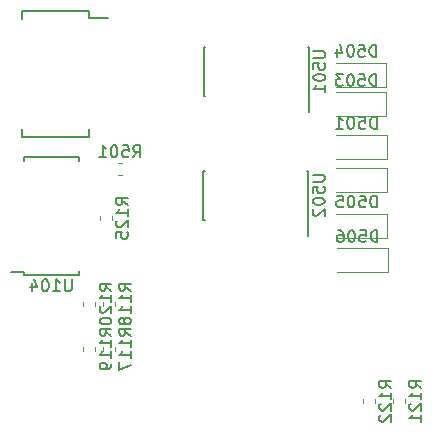
<source format=gbo>
G04 #@! TF.GenerationSoftware,KiCad,Pcbnew,5.0.2+dfsg1-1~bpo9+1*
G04 #@! TF.CreationDate,2020-01-22T15:14:46+01:00*
G04 #@! TF.ProjectId,MOTOR_BOARD_I2C,4d4f544f-525f-4424-9f41-52445f493243,rev?*
G04 #@! TF.SameCoordinates,Original*
G04 #@! TF.FileFunction,Legend,Bot*
G04 #@! TF.FilePolarity,Positive*
%FSLAX46Y46*%
G04 Gerber Fmt 4.6, Leading zero omitted, Abs format (unit mm)*
G04 Created by KiCad (PCBNEW 5.0.2+dfsg1-1~bpo9+1) date mer. 22 janv. 2020 15:14:46 CET*
%MOMM*%
%LPD*%
G01*
G04 APERTURE LIST*
%ADD10C,0.150000*%
%ADD11C,0.120000*%
G04 APERTURE END LIST*
D10*
G04 #@! TO.C,U502*
X202354500Y-77195500D02*
X202354500Y-78570500D01*
X193479500Y-77195500D02*
X193479500Y-73045500D01*
X202379500Y-77195500D02*
X202379500Y-73045500D01*
X193479500Y-77195500D02*
X193594500Y-77195500D01*
X193479500Y-73045500D02*
X193594500Y-73045500D01*
X202379500Y-73045500D02*
X202264500Y-73045500D01*
X202379500Y-77195500D02*
X202354500Y-77195500D01*
D11*
G04 #@! TO.C,R125*
X184706706Y-77228665D02*
X184706706Y-76903107D01*
X185726706Y-77228665D02*
X185726706Y-76903107D01*
G04 #@! TO.C,D501*
X209024000Y-72056500D02*
X204724000Y-72056500D01*
X209024000Y-70056500D02*
X209024000Y-72056500D01*
X204724000Y-70056500D02*
X209024000Y-70056500D01*
G04 #@! TO.C,R501*
X186607267Y-72388000D02*
X186264733Y-72388000D01*
X186607267Y-73408000D02*
X186264733Y-73408000D01*
D10*
G04 #@! TO.C,U501*
X202443000Y-66718000D02*
X202418000Y-66718000D01*
X202443000Y-62568000D02*
X202328000Y-62568000D01*
X193543000Y-62568000D02*
X193658000Y-62568000D01*
X193543000Y-66718000D02*
X193658000Y-66718000D01*
X202443000Y-66718000D02*
X202443000Y-62568000D01*
X193543000Y-66718000D02*
X193543000Y-62568000D01*
X202418000Y-66718000D02*
X202418000Y-68093000D01*
D11*
G04 #@! TO.C,D504*
X208988500Y-65960500D02*
X204688500Y-65960500D01*
X208988500Y-63960500D02*
X208988500Y-65960500D01*
X204688500Y-63960500D02*
X208988500Y-63960500D01*
G04 #@! TO.C,D503*
X208988500Y-68437000D02*
X204688500Y-68437000D01*
X208988500Y-66437000D02*
X208988500Y-68437000D01*
X204688500Y-66437000D02*
X208988500Y-66437000D01*
G04 #@! TO.C,D505*
X209052000Y-78724000D02*
X204752000Y-78724000D01*
X209052000Y-76724000D02*
X209052000Y-78724000D01*
X204752000Y-76724000D02*
X209052000Y-76724000D01*
G04 #@! TO.C,D506*
X209087500Y-81645000D02*
X204787500Y-81645000D01*
X209087500Y-79645000D02*
X209087500Y-81645000D01*
X204787500Y-79645000D02*
X209087500Y-79645000D01*
G04 #@! TO.C,D502*
X209024000Y-74850500D02*
X204724000Y-74850500D01*
X209024000Y-72850500D02*
X209024000Y-74850500D01*
X204724000Y-72850500D02*
X209024000Y-72850500D01*
G04 #@! TO.C,R117*
X185993500Y-88309267D02*
X185993500Y-87966733D01*
X184973500Y-88309267D02*
X184973500Y-87966733D01*
G04 #@! TO.C,R118*
X185993500Y-84499267D02*
X185993500Y-84156733D01*
X184973500Y-84499267D02*
X184973500Y-84156733D01*
G04 #@! TO.C,R119*
X184342500Y-88309267D02*
X184342500Y-87966733D01*
X183322500Y-88309267D02*
X183322500Y-87966733D01*
G04 #@! TO.C,R120*
X183322500Y-84499267D02*
X183322500Y-84156733D01*
X184342500Y-84499267D02*
X184342500Y-84156733D01*
G04 #@! TO.C,R121*
X210568000Y-92754267D02*
X210568000Y-92411733D01*
X209548000Y-92754267D02*
X209548000Y-92411733D01*
G04 #@! TO.C,R122*
X207008000Y-92754267D02*
X207008000Y-92411733D01*
X208028000Y-92754267D02*
X208028000Y-92411733D01*
D10*
G04 #@! TO.C,U102*
X183850000Y-59572000D02*
X183850000Y-60147000D01*
X178100000Y-59572000D02*
X178100000Y-60222000D01*
X178100000Y-70222000D02*
X178100000Y-69572000D01*
X183850000Y-70222000D02*
X183850000Y-69572000D01*
X183850000Y-59572000D02*
X178100000Y-59572000D01*
X183850000Y-70222000D02*
X178100000Y-70222000D01*
X183850000Y-60147000D02*
X185450000Y-60147000D01*
G04 #@! TO.C,U104*
X178299799Y-81886506D02*
X178299799Y-81661506D01*
X182949799Y-81886506D02*
X182949799Y-81561506D01*
X182949799Y-71936506D02*
X182949799Y-72261506D01*
X178299799Y-71936506D02*
X178299799Y-72261506D01*
X178299799Y-81886506D02*
X182949799Y-81886506D01*
X178299799Y-71936506D02*
X182949799Y-71936506D01*
X178299799Y-81661506D02*
X177224799Y-81661506D01*
G04 #@! TO.C,U502*
X202756880Y-73406214D02*
X203566404Y-73406214D01*
X203661642Y-73453833D01*
X203709261Y-73501452D01*
X203756880Y-73596690D01*
X203756880Y-73787166D01*
X203709261Y-73882404D01*
X203661642Y-73930023D01*
X203566404Y-73977642D01*
X202756880Y-73977642D01*
X202756880Y-74930023D02*
X202756880Y-74453833D01*
X203233071Y-74406214D01*
X203185452Y-74453833D01*
X203137833Y-74549071D01*
X203137833Y-74787166D01*
X203185452Y-74882404D01*
X203233071Y-74930023D01*
X203328309Y-74977642D01*
X203566404Y-74977642D01*
X203661642Y-74930023D01*
X203709261Y-74882404D01*
X203756880Y-74787166D01*
X203756880Y-74549071D01*
X203709261Y-74453833D01*
X203661642Y-74406214D01*
X202756880Y-75596690D02*
X202756880Y-75691928D01*
X202804500Y-75787166D01*
X202852119Y-75834785D01*
X202947357Y-75882404D01*
X203137833Y-75930023D01*
X203375928Y-75930023D01*
X203566404Y-75882404D01*
X203661642Y-75834785D01*
X203709261Y-75787166D01*
X203756880Y-75691928D01*
X203756880Y-75596690D01*
X203709261Y-75501452D01*
X203661642Y-75453833D01*
X203566404Y-75406214D01*
X203375928Y-75358595D01*
X203137833Y-75358595D01*
X202947357Y-75406214D01*
X202852119Y-75453833D01*
X202804500Y-75501452D01*
X202756880Y-75596690D01*
X202852119Y-76310976D02*
X202804500Y-76358595D01*
X202756880Y-76453833D01*
X202756880Y-76691928D01*
X202804500Y-76787166D01*
X202852119Y-76834785D01*
X202947357Y-76882404D01*
X203042595Y-76882404D01*
X203185452Y-76834785D01*
X203756880Y-76263357D01*
X203756880Y-76882404D01*
G04 #@! TO.C,R125*
X187099086Y-75946838D02*
X186622896Y-75613505D01*
X187099086Y-75375409D02*
X186099086Y-75375409D01*
X186099086Y-75756362D01*
X186146706Y-75851600D01*
X186194325Y-75899219D01*
X186289563Y-75946838D01*
X186432420Y-75946838D01*
X186527658Y-75899219D01*
X186575277Y-75851600D01*
X186622896Y-75756362D01*
X186622896Y-75375409D01*
X187099086Y-76899219D02*
X187099086Y-76327790D01*
X187099086Y-76613505D02*
X186099086Y-76613505D01*
X186241944Y-76518266D01*
X186337182Y-76423028D01*
X186384801Y-76327790D01*
X186194325Y-77280171D02*
X186146706Y-77327790D01*
X186099086Y-77423028D01*
X186099086Y-77661124D01*
X186146706Y-77756362D01*
X186194325Y-77803981D01*
X186289563Y-77851600D01*
X186384801Y-77851600D01*
X186527658Y-77803981D01*
X187099086Y-77232552D01*
X187099086Y-77851600D01*
X186099086Y-78756362D02*
X186099086Y-78280171D01*
X186575277Y-78232552D01*
X186527658Y-78280171D01*
X186480039Y-78375409D01*
X186480039Y-78613505D01*
X186527658Y-78708743D01*
X186575277Y-78756362D01*
X186670515Y-78803981D01*
X186908610Y-78803981D01*
X187003848Y-78756362D01*
X187051467Y-78708743D01*
X187099086Y-78613505D01*
X187099086Y-78375409D01*
X187051467Y-78280171D01*
X187003848Y-78232552D01*
G04 #@! TO.C,D501*
X208164476Y-69508880D02*
X208164476Y-68508880D01*
X207926380Y-68508880D01*
X207783523Y-68556500D01*
X207688285Y-68651738D01*
X207640666Y-68746976D01*
X207593047Y-68937452D01*
X207593047Y-69080309D01*
X207640666Y-69270785D01*
X207688285Y-69366023D01*
X207783523Y-69461261D01*
X207926380Y-69508880D01*
X208164476Y-69508880D01*
X206688285Y-68508880D02*
X207164476Y-68508880D01*
X207212095Y-68985071D01*
X207164476Y-68937452D01*
X207069238Y-68889833D01*
X206831142Y-68889833D01*
X206735904Y-68937452D01*
X206688285Y-68985071D01*
X206640666Y-69080309D01*
X206640666Y-69318404D01*
X206688285Y-69413642D01*
X206735904Y-69461261D01*
X206831142Y-69508880D01*
X207069238Y-69508880D01*
X207164476Y-69461261D01*
X207212095Y-69413642D01*
X206021619Y-68508880D02*
X205926380Y-68508880D01*
X205831142Y-68556500D01*
X205783523Y-68604119D01*
X205735904Y-68699357D01*
X205688285Y-68889833D01*
X205688285Y-69127928D01*
X205735904Y-69318404D01*
X205783523Y-69413642D01*
X205831142Y-69461261D01*
X205926380Y-69508880D01*
X206021619Y-69508880D01*
X206116857Y-69461261D01*
X206164476Y-69413642D01*
X206212095Y-69318404D01*
X206259714Y-69127928D01*
X206259714Y-68889833D01*
X206212095Y-68699357D01*
X206164476Y-68604119D01*
X206116857Y-68556500D01*
X206021619Y-68508880D01*
X204735904Y-69508880D02*
X205307333Y-69508880D01*
X205021619Y-69508880D02*
X205021619Y-68508880D01*
X205116857Y-68651738D01*
X205212095Y-68746976D01*
X205307333Y-68794595D01*
G04 #@! TO.C,R501*
X187555047Y-71920380D02*
X187888380Y-71444190D01*
X188126476Y-71920380D02*
X188126476Y-70920380D01*
X187745523Y-70920380D01*
X187650285Y-70968000D01*
X187602666Y-71015619D01*
X187555047Y-71110857D01*
X187555047Y-71253714D01*
X187602666Y-71348952D01*
X187650285Y-71396571D01*
X187745523Y-71444190D01*
X188126476Y-71444190D01*
X186650285Y-70920380D02*
X187126476Y-70920380D01*
X187174095Y-71396571D01*
X187126476Y-71348952D01*
X187031238Y-71301333D01*
X186793142Y-71301333D01*
X186697904Y-71348952D01*
X186650285Y-71396571D01*
X186602666Y-71491809D01*
X186602666Y-71729904D01*
X186650285Y-71825142D01*
X186697904Y-71872761D01*
X186793142Y-71920380D01*
X187031238Y-71920380D01*
X187126476Y-71872761D01*
X187174095Y-71825142D01*
X185983619Y-70920380D02*
X185888380Y-70920380D01*
X185793142Y-70968000D01*
X185745523Y-71015619D01*
X185697904Y-71110857D01*
X185650285Y-71301333D01*
X185650285Y-71539428D01*
X185697904Y-71729904D01*
X185745523Y-71825142D01*
X185793142Y-71872761D01*
X185888380Y-71920380D01*
X185983619Y-71920380D01*
X186078857Y-71872761D01*
X186126476Y-71825142D01*
X186174095Y-71729904D01*
X186221714Y-71539428D01*
X186221714Y-71301333D01*
X186174095Y-71110857D01*
X186126476Y-71015619D01*
X186078857Y-70968000D01*
X185983619Y-70920380D01*
X184697904Y-71920380D02*
X185269333Y-71920380D01*
X184983619Y-71920380D02*
X184983619Y-70920380D01*
X185078857Y-71063238D01*
X185174095Y-71158476D01*
X185269333Y-71206095D01*
G04 #@! TO.C,U501*
X202820380Y-62928714D02*
X203629904Y-62928714D01*
X203725142Y-62976333D01*
X203772761Y-63023952D01*
X203820380Y-63119190D01*
X203820380Y-63309666D01*
X203772761Y-63404904D01*
X203725142Y-63452523D01*
X203629904Y-63500142D01*
X202820380Y-63500142D01*
X202820380Y-64452523D02*
X202820380Y-63976333D01*
X203296571Y-63928714D01*
X203248952Y-63976333D01*
X203201333Y-64071571D01*
X203201333Y-64309666D01*
X203248952Y-64404904D01*
X203296571Y-64452523D01*
X203391809Y-64500142D01*
X203629904Y-64500142D01*
X203725142Y-64452523D01*
X203772761Y-64404904D01*
X203820380Y-64309666D01*
X203820380Y-64071571D01*
X203772761Y-63976333D01*
X203725142Y-63928714D01*
X202820380Y-65119190D02*
X202820380Y-65214428D01*
X202868000Y-65309666D01*
X202915619Y-65357285D01*
X203010857Y-65404904D01*
X203201333Y-65452523D01*
X203439428Y-65452523D01*
X203629904Y-65404904D01*
X203725142Y-65357285D01*
X203772761Y-65309666D01*
X203820380Y-65214428D01*
X203820380Y-65119190D01*
X203772761Y-65023952D01*
X203725142Y-64976333D01*
X203629904Y-64928714D01*
X203439428Y-64881095D01*
X203201333Y-64881095D01*
X203010857Y-64928714D01*
X202915619Y-64976333D01*
X202868000Y-65023952D01*
X202820380Y-65119190D01*
X203820380Y-66404904D02*
X203820380Y-65833476D01*
X203820380Y-66119190D02*
X202820380Y-66119190D01*
X202963238Y-66023952D01*
X203058476Y-65928714D01*
X203106095Y-65833476D01*
G04 #@! TO.C,D504*
X208128976Y-63412880D02*
X208128976Y-62412880D01*
X207890880Y-62412880D01*
X207748023Y-62460500D01*
X207652785Y-62555738D01*
X207605166Y-62650976D01*
X207557547Y-62841452D01*
X207557547Y-62984309D01*
X207605166Y-63174785D01*
X207652785Y-63270023D01*
X207748023Y-63365261D01*
X207890880Y-63412880D01*
X208128976Y-63412880D01*
X206652785Y-62412880D02*
X207128976Y-62412880D01*
X207176595Y-62889071D01*
X207128976Y-62841452D01*
X207033738Y-62793833D01*
X206795642Y-62793833D01*
X206700404Y-62841452D01*
X206652785Y-62889071D01*
X206605166Y-62984309D01*
X206605166Y-63222404D01*
X206652785Y-63317642D01*
X206700404Y-63365261D01*
X206795642Y-63412880D01*
X207033738Y-63412880D01*
X207128976Y-63365261D01*
X207176595Y-63317642D01*
X205986119Y-62412880D02*
X205890880Y-62412880D01*
X205795642Y-62460500D01*
X205748023Y-62508119D01*
X205700404Y-62603357D01*
X205652785Y-62793833D01*
X205652785Y-63031928D01*
X205700404Y-63222404D01*
X205748023Y-63317642D01*
X205795642Y-63365261D01*
X205890880Y-63412880D01*
X205986119Y-63412880D01*
X206081357Y-63365261D01*
X206128976Y-63317642D01*
X206176595Y-63222404D01*
X206224214Y-63031928D01*
X206224214Y-62793833D01*
X206176595Y-62603357D01*
X206128976Y-62508119D01*
X206081357Y-62460500D01*
X205986119Y-62412880D01*
X204795642Y-62746214D02*
X204795642Y-63412880D01*
X205033738Y-62365261D02*
X205271833Y-63079547D01*
X204652785Y-63079547D01*
G04 #@! TO.C,D503*
X208128976Y-65889380D02*
X208128976Y-64889380D01*
X207890880Y-64889380D01*
X207748023Y-64937000D01*
X207652785Y-65032238D01*
X207605166Y-65127476D01*
X207557547Y-65317952D01*
X207557547Y-65460809D01*
X207605166Y-65651285D01*
X207652785Y-65746523D01*
X207748023Y-65841761D01*
X207890880Y-65889380D01*
X208128976Y-65889380D01*
X206652785Y-64889380D02*
X207128976Y-64889380D01*
X207176595Y-65365571D01*
X207128976Y-65317952D01*
X207033738Y-65270333D01*
X206795642Y-65270333D01*
X206700404Y-65317952D01*
X206652785Y-65365571D01*
X206605166Y-65460809D01*
X206605166Y-65698904D01*
X206652785Y-65794142D01*
X206700404Y-65841761D01*
X206795642Y-65889380D01*
X207033738Y-65889380D01*
X207128976Y-65841761D01*
X207176595Y-65794142D01*
X205986119Y-64889380D02*
X205890880Y-64889380D01*
X205795642Y-64937000D01*
X205748023Y-64984619D01*
X205700404Y-65079857D01*
X205652785Y-65270333D01*
X205652785Y-65508428D01*
X205700404Y-65698904D01*
X205748023Y-65794142D01*
X205795642Y-65841761D01*
X205890880Y-65889380D01*
X205986119Y-65889380D01*
X206081357Y-65841761D01*
X206128976Y-65794142D01*
X206176595Y-65698904D01*
X206224214Y-65508428D01*
X206224214Y-65270333D01*
X206176595Y-65079857D01*
X206128976Y-64984619D01*
X206081357Y-64937000D01*
X205986119Y-64889380D01*
X205319452Y-64889380D02*
X204700404Y-64889380D01*
X205033738Y-65270333D01*
X204890880Y-65270333D01*
X204795642Y-65317952D01*
X204748023Y-65365571D01*
X204700404Y-65460809D01*
X204700404Y-65698904D01*
X204748023Y-65794142D01*
X204795642Y-65841761D01*
X204890880Y-65889380D01*
X205176595Y-65889380D01*
X205271833Y-65841761D01*
X205319452Y-65794142D01*
G04 #@! TO.C,D505*
X208192476Y-76176380D02*
X208192476Y-75176380D01*
X207954380Y-75176380D01*
X207811523Y-75224000D01*
X207716285Y-75319238D01*
X207668666Y-75414476D01*
X207621047Y-75604952D01*
X207621047Y-75747809D01*
X207668666Y-75938285D01*
X207716285Y-76033523D01*
X207811523Y-76128761D01*
X207954380Y-76176380D01*
X208192476Y-76176380D01*
X206716285Y-75176380D02*
X207192476Y-75176380D01*
X207240095Y-75652571D01*
X207192476Y-75604952D01*
X207097238Y-75557333D01*
X206859142Y-75557333D01*
X206763904Y-75604952D01*
X206716285Y-75652571D01*
X206668666Y-75747809D01*
X206668666Y-75985904D01*
X206716285Y-76081142D01*
X206763904Y-76128761D01*
X206859142Y-76176380D01*
X207097238Y-76176380D01*
X207192476Y-76128761D01*
X207240095Y-76081142D01*
X206049619Y-75176380D02*
X205954380Y-75176380D01*
X205859142Y-75224000D01*
X205811523Y-75271619D01*
X205763904Y-75366857D01*
X205716285Y-75557333D01*
X205716285Y-75795428D01*
X205763904Y-75985904D01*
X205811523Y-76081142D01*
X205859142Y-76128761D01*
X205954380Y-76176380D01*
X206049619Y-76176380D01*
X206144857Y-76128761D01*
X206192476Y-76081142D01*
X206240095Y-75985904D01*
X206287714Y-75795428D01*
X206287714Y-75557333D01*
X206240095Y-75366857D01*
X206192476Y-75271619D01*
X206144857Y-75224000D01*
X206049619Y-75176380D01*
X204811523Y-75176380D02*
X205287714Y-75176380D01*
X205335333Y-75652571D01*
X205287714Y-75604952D01*
X205192476Y-75557333D01*
X204954380Y-75557333D01*
X204859142Y-75604952D01*
X204811523Y-75652571D01*
X204763904Y-75747809D01*
X204763904Y-75985904D01*
X204811523Y-76081142D01*
X204859142Y-76128761D01*
X204954380Y-76176380D01*
X205192476Y-76176380D01*
X205287714Y-76128761D01*
X205335333Y-76081142D01*
G04 #@! TO.C,D506*
X208227976Y-79097380D02*
X208227976Y-78097380D01*
X207989880Y-78097380D01*
X207847023Y-78145000D01*
X207751785Y-78240238D01*
X207704166Y-78335476D01*
X207656547Y-78525952D01*
X207656547Y-78668809D01*
X207704166Y-78859285D01*
X207751785Y-78954523D01*
X207847023Y-79049761D01*
X207989880Y-79097380D01*
X208227976Y-79097380D01*
X206751785Y-78097380D02*
X207227976Y-78097380D01*
X207275595Y-78573571D01*
X207227976Y-78525952D01*
X207132738Y-78478333D01*
X206894642Y-78478333D01*
X206799404Y-78525952D01*
X206751785Y-78573571D01*
X206704166Y-78668809D01*
X206704166Y-78906904D01*
X206751785Y-79002142D01*
X206799404Y-79049761D01*
X206894642Y-79097380D01*
X207132738Y-79097380D01*
X207227976Y-79049761D01*
X207275595Y-79002142D01*
X206085119Y-78097380D02*
X205989880Y-78097380D01*
X205894642Y-78145000D01*
X205847023Y-78192619D01*
X205799404Y-78287857D01*
X205751785Y-78478333D01*
X205751785Y-78716428D01*
X205799404Y-78906904D01*
X205847023Y-79002142D01*
X205894642Y-79049761D01*
X205989880Y-79097380D01*
X206085119Y-79097380D01*
X206180357Y-79049761D01*
X206227976Y-79002142D01*
X206275595Y-78906904D01*
X206323214Y-78716428D01*
X206323214Y-78478333D01*
X206275595Y-78287857D01*
X206227976Y-78192619D01*
X206180357Y-78145000D01*
X206085119Y-78097380D01*
X204894642Y-78097380D02*
X205085119Y-78097380D01*
X205180357Y-78145000D01*
X205227976Y-78192619D01*
X205323214Y-78335476D01*
X205370833Y-78525952D01*
X205370833Y-78906904D01*
X205323214Y-79002142D01*
X205275595Y-79049761D01*
X205180357Y-79097380D01*
X204989880Y-79097380D01*
X204894642Y-79049761D01*
X204847023Y-79002142D01*
X204799404Y-78906904D01*
X204799404Y-78668809D01*
X204847023Y-78573571D01*
X204894642Y-78525952D01*
X204989880Y-78478333D01*
X205180357Y-78478333D01*
X205275595Y-78525952D01*
X205323214Y-78573571D01*
X205370833Y-78668809D01*
G04 #@! TO.C,R117*
X187365880Y-87018952D02*
X186889690Y-86685619D01*
X187365880Y-86447523D02*
X186365880Y-86447523D01*
X186365880Y-86828476D01*
X186413500Y-86923714D01*
X186461119Y-86971333D01*
X186556357Y-87018952D01*
X186699214Y-87018952D01*
X186794452Y-86971333D01*
X186842071Y-86923714D01*
X186889690Y-86828476D01*
X186889690Y-86447523D01*
X187365880Y-87971333D02*
X187365880Y-87399904D01*
X187365880Y-87685619D02*
X186365880Y-87685619D01*
X186508738Y-87590380D01*
X186603976Y-87495142D01*
X186651595Y-87399904D01*
X187365880Y-88923714D02*
X187365880Y-88352285D01*
X187365880Y-88638000D02*
X186365880Y-88638000D01*
X186508738Y-88542761D01*
X186603976Y-88447523D01*
X186651595Y-88352285D01*
X186365880Y-89257047D02*
X186365880Y-89923714D01*
X187365880Y-89495142D01*
G04 #@! TO.C,R118*
X187365880Y-83208952D02*
X186889690Y-82875619D01*
X187365880Y-82637523D02*
X186365880Y-82637523D01*
X186365880Y-83018476D01*
X186413500Y-83113714D01*
X186461119Y-83161333D01*
X186556357Y-83208952D01*
X186699214Y-83208952D01*
X186794452Y-83161333D01*
X186842071Y-83113714D01*
X186889690Y-83018476D01*
X186889690Y-82637523D01*
X187365880Y-84161333D02*
X187365880Y-83589904D01*
X187365880Y-83875619D02*
X186365880Y-83875619D01*
X186508738Y-83780380D01*
X186603976Y-83685142D01*
X186651595Y-83589904D01*
X187365880Y-85113714D02*
X187365880Y-84542285D01*
X187365880Y-84828000D02*
X186365880Y-84828000D01*
X186508738Y-84732761D01*
X186603976Y-84637523D01*
X186651595Y-84542285D01*
X186794452Y-85685142D02*
X186746833Y-85589904D01*
X186699214Y-85542285D01*
X186603976Y-85494666D01*
X186556357Y-85494666D01*
X186461119Y-85542285D01*
X186413500Y-85589904D01*
X186365880Y-85685142D01*
X186365880Y-85875619D01*
X186413500Y-85970857D01*
X186461119Y-86018476D01*
X186556357Y-86066095D01*
X186603976Y-86066095D01*
X186699214Y-86018476D01*
X186746833Y-85970857D01*
X186794452Y-85875619D01*
X186794452Y-85685142D01*
X186842071Y-85589904D01*
X186889690Y-85542285D01*
X186984928Y-85494666D01*
X187175404Y-85494666D01*
X187270642Y-85542285D01*
X187318261Y-85589904D01*
X187365880Y-85685142D01*
X187365880Y-85875619D01*
X187318261Y-85970857D01*
X187270642Y-86018476D01*
X187175404Y-86066095D01*
X186984928Y-86066095D01*
X186889690Y-86018476D01*
X186842071Y-85970857D01*
X186794452Y-85875619D01*
G04 #@! TO.C,R119*
X185714880Y-87018952D02*
X185238690Y-86685619D01*
X185714880Y-86447523D02*
X184714880Y-86447523D01*
X184714880Y-86828476D01*
X184762500Y-86923714D01*
X184810119Y-86971333D01*
X184905357Y-87018952D01*
X185048214Y-87018952D01*
X185143452Y-86971333D01*
X185191071Y-86923714D01*
X185238690Y-86828476D01*
X185238690Y-86447523D01*
X185714880Y-87971333D02*
X185714880Y-87399904D01*
X185714880Y-87685619D02*
X184714880Y-87685619D01*
X184857738Y-87590380D01*
X184952976Y-87495142D01*
X185000595Y-87399904D01*
X185714880Y-88923714D02*
X185714880Y-88352285D01*
X185714880Y-88638000D02*
X184714880Y-88638000D01*
X184857738Y-88542761D01*
X184952976Y-88447523D01*
X185000595Y-88352285D01*
X185714880Y-89399904D02*
X185714880Y-89590380D01*
X185667261Y-89685619D01*
X185619642Y-89733238D01*
X185476785Y-89828476D01*
X185286309Y-89876095D01*
X184905357Y-89876095D01*
X184810119Y-89828476D01*
X184762500Y-89780857D01*
X184714880Y-89685619D01*
X184714880Y-89495142D01*
X184762500Y-89399904D01*
X184810119Y-89352285D01*
X184905357Y-89304666D01*
X185143452Y-89304666D01*
X185238690Y-89352285D01*
X185286309Y-89399904D01*
X185333928Y-89495142D01*
X185333928Y-89685619D01*
X185286309Y-89780857D01*
X185238690Y-89828476D01*
X185143452Y-89876095D01*
G04 #@! TO.C,R120*
X185714880Y-83208952D02*
X185238690Y-82875619D01*
X185714880Y-82637523D02*
X184714880Y-82637523D01*
X184714880Y-83018476D01*
X184762500Y-83113714D01*
X184810119Y-83161333D01*
X184905357Y-83208952D01*
X185048214Y-83208952D01*
X185143452Y-83161333D01*
X185191071Y-83113714D01*
X185238690Y-83018476D01*
X185238690Y-82637523D01*
X185714880Y-84161333D02*
X185714880Y-83589904D01*
X185714880Y-83875619D02*
X184714880Y-83875619D01*
X184857738Y-83780380D01*
X184952976Y-83685142D01*
X185000595Y-83589904D01*
X184810119Y-84542285D02*
X184762500Y-84589904D01*
X184714880Y-84685142D01*
X184714880Y-84923238D01*
X184762500Y-85018476D01*
X184810119Y-85066095D01*
X184905357Y-85113714D01*
X185000595Y-85113714D01*
X185143452Y-85066095D01*
X185714880Y-84494666D01*
X185714880Y-85113714D01*
X184714880Y-85732761D02*
X184714880Y-85828000D01*
X184762500Y-85923238D01*
X184810119Y-85970857D01*
X184905357Y-86018476D01*
X185095833Y-86066095D01*
X185333928Y-86066095D01*
X185524404Y-86018476D01*
X185619642Y-85970857D01*
X185667261Y-85923238D01*
X185714880Y-85828000D01*
X185714880Y-85732761D01*
X185667261Y-85637523D01*
X185619642Y-85589904D01*
X185524404Y-85542285D01*
X185333928Y-85494666D01*
X185095833Y-85494666D01*
X184905357Y-85542285D01*
X184810119Y-85589904D01*
X184762500Y-85637523D01*
X184714880Y-85732761D01*
G04 #@! TO.C,R121*
X211940380Y-91463952D02*
X211464190Y-91130619D01*
X211940380Y-90892523D02*
X210940380Y-90892523D01*
X210940380Y-91273476D01*
X210988000Y-91368714D01*
X211035619Y-91416333D01*
X211130857Y-91463952D01*
X211273714Y-91463952D01*
X211368952Y-91416333D01*
X211416571Y-91368714D01*
X211464190Y-91273476D01*
X211464190Y-90892523D01*
X211940380Y-92416333D02*
X211940380Y-91844904D01*
X211940380Y-92130619D02*
X210940380Y-92130619D01*
X211083238Y-92035380D01*
X211178476Y-91940142D01*
X211226095Y-91844904D01*
X211035619Y-92797285D02*
X210988000Y-92844904D01*
X210940380Y-92940142D01*
X210940380Y-93178238D01*
X210988000Y-93273476D01*
X211035619Y-93321095D01*
X211130857Y-93368714D01*
X211226095Y-93368714D01*
X211368952Y-93321095D01*
X211940380Y-92749666D01*
X211940380Y-93368714D01*
X211940380Y-94321095D02*
X211940380Y-93749666D01*
X211940380Y-94035380D02*
X210940380Y-94035380D01*
X211083238Y-93940142D01*
X211178476Y-93844904D01*
X211226095Y-93749666D01*
G04 #@! TO.C,R122*
X209400380Y-91463952D02*
X208924190Y-91130619D01*
X209400380Y-90892523D02*
X208400380Y-90892523D01*
X208400380Y-91273476D01*
X208448000Y-91368714D01*
X208495619Y-91416333D01*
X208590857Y-91463952D01*
X208733714Y-91463952D01*
X208828952Y-91416333D01*
X208876571Y-91368714D01*
X208924190Y-91273476D01*
X208924190Y-90892523D01*
X209400380Y-92416333D02*
X209400380Y-91844904D01*
X209400380Y-92130619D02*
X208400380Y-92130619D01*
X208543238Y-92035380D01*
X208638476Y-91940142D01*
X208686095Y-91844904D01*
X208495619Y-92797285D02*
X208448000Y-92844904D01*
X208400380Y-92940142D01*
X208400380Y-93178238D01*
X208448000Y-93273476D01*
X208495619Y-93321095D01*
X208590857Y-93368714D01*
X208686095Y-93368714D01*
X208828952Y-93321095D01*
X209400380Y-92749666D01*
X209400380Y-93368714D01*
X208495619Y-93749666D02*
X208448000Y-93797285D01*
X208400380Y-93892523D01*
X208400380Y-94130619D01*
X208448000Y-94225857D01*
X208495619Y-94273476D01*
X208590857Y-94321095D01*
X208686095Y-94321095D01*
X208828952Y-94273476D01*
X209400380Y-93702047D01*
X209400380Y-94321095D01*
G04 #@! TO.C,U104*
X182339084Y-82263886D02*
X182339084Y-83073410D01*
X182291465Y-83168648D01*
X182243846Y-83216267D01*
X182148608Y-83263886D01*
X181958132Y-83263886D01*
X181862894Y-83216267D01*
X181815275Y-83168648D01*
X181767656Y-83073410D01*
X181767656Y-82263886D01*
X180767656Y-83263886D02*
X181339084Y-83263886D01*
X181053370Y-83263886D02*
X181053370Y-82263886D01*
X181148608Y-82406744D01*
X181243846Y-82501982D01*
X181339084Y-82549601D01*
X180148608Y-82263886D02*
X180053370Y-82263886D01*
X179958132Y-82311506D01*
X179910513Y-82359125D01*
X179862894Y-82454363D01*
X179815275Y-82644839D01*
X179815275Y-82882934D01*
X179862894Y-83073410D01*
X179910513Y-83168648D01*
X179958132Y-83216267D01*
X180053370Y-83263886D01*
X180148608Y-83263886D01*
X180243846Y-83216267D01*
X180291465Y-83168648D01*
X180339084Y-83073410D01*
X180386703Y-82882934D01*
X180386703Y-82644839D01*
X180339084Y-82454363D01*
X180291465Y-82359125D01*
X180243846Y-82311506D01*
X180148608Y-82263886D01*
X178958132Y-82597220D02*
X178958132Y-83263886D01*
X179196227Y-82216267D02*
X179434322Y-82930553D01*
X178815275Y-82930553D01*
G04 #@! TD*
M02*

</source>
